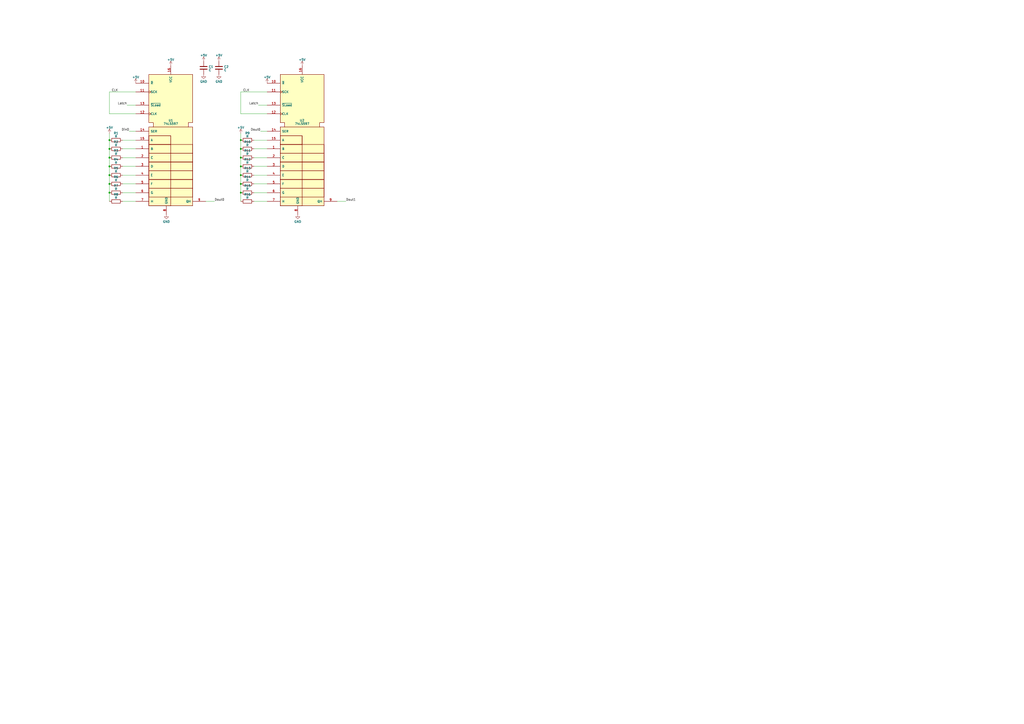
<source format=kicad_sch>
(kicad_sch (version 20230121) (generator eeschema)
  (paper "A2")
  (lib_symbols
    (symbol "74xx_IEEE:74LS597" (pin_names (offset 1.016))
      (property "Reference" "U" (at 15.24 43.18 0))
      (property "Value" "74LS597" (at 15.24 -40.64 0))
      (symbol "74LS597_0_0"
        (rectangle (start -12.7 -30.48) (end -12.7 -30.48) (stroke (width 0.254)) (fill (type background)))
        (rectangle (start -12.7 -25.4) (end 12.7 -30.48) (stroke (width 0.254)) (fill (type background)))
        (rectangle (start -12.7 -20.32) (end 12.7 -25.4) (stroke (width 0.254)) (fill (type background)))
        (rectangle (start -12.7 -15.24) (end 12.7 -20.32) (stroke (width 0.254)) (fill (type background)))
        (rectangle (start -12.7 -10.16) (end 12.7 -15.24) (stroke (width 0.254)) (fill (type background)))
        (rectangle (start -12.7 -5.08) (end 12.7 -10.16) (stroke (width 0.254)) (fill (type background)))
        (rectangle (start -12.7 0) (end 12.7 -5.08) (stroke (width 0.254)) (fill (type background)))
        (rectangle (start -12.7 5.08) (end 0 -35.56) (stroke (width 0.254)) (fill (type background)))
        (rectangle (start -12.7 5.08) (end 0 0) (stroke (width 0.254)) (fill (type background)))
        (rectangle (start -12.7 10.16) (end 12.7 -35.56) (stroke (width 0.254)) (fill (type background)))
        (polyline (pts (xy -10.16 10.16) (xy -10.16 12.7) (xy -12.7 12.7) (xy -12.7 40.64) (xy 12.7 40.64) (xy 12.7 12.7) (xy 10.16 12.7) (xy 10.16 10.16) (xy 10.16 10.16)) (stroke (width 0.254)) (fill (type background)))
      )
      (symbol "74LS597_0_1"
        (pin power_in line (at -2.54 -40.64 90) (length 5.08) (name "GND") (number "8"))
      )
      (symbol "74LS597_1_1"
        (pin input line (at -20.32 -2.54 0) (length 7.62) (name "B") (number "1"))
        (pin input line (at -20.32 35.56 0) (length 7.62) (name "~{R}") (number "10"))
        (pin input clock (at -20.32 30.48 0) (length 7.62) (name "SCK") (number "11"))
        (pin input clock (at -20.32 17.78 0) (length 7.62) (name "CLK") (number "12"))
        (pin input line (at -20.32 22.86 0) (length 7.62) (name "~{SLoad}") (number "13"))
        (pin input line (at -20.32 7.62 0) (length 7.62) (name "SER") (number "14"))
        (pin input line (at -20.32 2.54 0) (length 7.62) (name "A") (number "15"))
        (pin power_in line (at 0 45.72 270) (length 5.08) (name "VCC") (number "16"))
        (pin input line (at -20.32 -7.62 0) (length 7.62) (name "C") (number "2"))
        (pin input line (at -20.32 -12.7 0) (length 7.62) (name "D") (number "3"))
        (pin input line (at -20.32 -17.78 0) (length 7.62) (name "E") (number "4"))
        (pin input line (at -20.32 -22.86 0) (length 7.62) (name "F") (number "5"))
        (pin input line (at -20.32 -27.94 0) (length 7.62) (name "G") (number "6"))
        (pin input line (at -20.32 -33.02 0) (length 7.62) (name "H") (number "7"))
        (pin tri_state line (at 20.32 -33.02 180) (length 7.62) (name "QH") (number "9"))
      )
    )
    (symbol "Device:C" (pin_numbers hide) (pin_names (offset 0.254))
      (property "Reference" "C" (at 0.635 2.54 0))
      (property "Value" "C" (at 0.635 -2.54 0))
      (symbol "C_0_1"
        (polyline (pts (xy -2.032 -0.762) (xy 2.032 -0.762)) (stroke (width 0.508)))
        (polyline (pts (xy -2.032 0.762) (xy 2.032 0.762)) (stroke (width 0.508)))
      )
      (symbol "C_1_1"
        (pin passive line (at 0 3.81 270) (length 2.794) (name "~") (number "1"))
        (pin passive line (at 0 -3.81 90) (length 2.794) (name "~") (number "2"))
      )
    )
    (symbol "Device:R" (pin_numbers hide) (pin_names (offset 0))
      (property "Reference" "R" (at 2.032 0 90))
      (property "Value" "R" (at 0 0 90))
      (symbol "R_0_1"
        (rectangle (start -1.016 -2.54) (end 1.016 2.54) (stroke (width 0.254)))
      )
      (symbol "R_1_1"
        (pin passive line (at 0 3.81 270) (length 1.27) (name "~") (number "1"))
        (pin passive line (at 0 -3.81 90) (length 1.27) (name "~") (number "2"))
      )
    )
    (symbol "power:+5V" (power) (pin_names (offset 0))
      (property "Value" "+5V" (at 0 3.556 0))
      (symbol "+5V_0_1"
        (polyline (pts (xy -0.762 1.27) (xy 0 2.54)))
        (polyline (pts (xy 0 0) (xy 0 2.54)))
        (polyline (pts (xy 0 2.54) (xy 0.762 1.27)))
      )
      (symbol "+5V_1_1"
        (pin power_in line (at 0 0 90) (length 0) hide (name "+5V") (number "1"))
      )
    )
    (symbol "power:GND" (power) (pin_names (offset 0))
      (property "Value" "GND" (at 0 -3.81 0))
      (symbol "GND_0_1"
        (polyline (pts (xy 0 0) (xy 0 -1.27) (xy 1.27 -1.27) (xy 0 -2.54) (xy -1.27 -1.27) (xy 0 -1.27)))
      )
      (symbol "GND_1_1"
        (pin power_in line (at 0 0 270) (length 0) hide (name "GND") (number "1"))
      )
    )
  )
  (junction (at 139.7 111.76))
  (junction (at 139.7 91.44))
  (junction (at 63.5 91.44))
  (junction (at 63.5 86.36))
  (junction (at 139.7 96.52))
  (junction (at 139.7 106.68))
  (junction (at 63.5 106.68))
  (junction (at 63.5 101.6))
  (junction (at 63.5 81.28))
  (junction (at 63.5 96.52))
  (junction (at 139.7 86.36))
  (junction (at 139.7 81.28))
  (junction (at 63.5 111.76))
  (junction (at 139.7 101.6))
  (wire (pts (xy 71.12 96.52) (xy 78.74 96.52)))
  (wire (pts (xy 147.32 111.76) (xy 154.94 111.76)))
  (wire (pts (xy 139.7 53.34) (xy 139.7 66.04)))
  (wire (pts (xy 139.7 96.52) (xy 139.7 101.6)))
  (wire (pts (xy 63.5 66.04) (xy 78.74 66.04)))
  (wire (pts (xy 200.66 116.84) (xy 195.58 116.84)))
  (wire (pts (xy 124.46 116.84) (xy 119.38 116.84)))
  (wire (pts (xy 71.12 111.76) (xy 78.74 111.76)))
  (wire (pts (xy 63.5 101.6) (xy 63.5 106.68)))
  (wire (pts (xy 139.7 86.36) (xy 139.7 91.44)))
  (wire (pts (xy 139.7 77.47) (xy 139.7 81.28)))
  (wire (pts (xy 71.12 116.84) (xy 78.74 116.84)))
  (wire (pts (xy 147.32 116.84) (xy 154.94 116.84)))
  (wire (pts (xy 147.32 106.68) (xy 154.94 106.68)))
  (wire (pts (xy 154.94 53.34) (xy 139.7 53.34)))
  (wire (pts (xy 151.13 76.2) (xy 154.94 76.2)))
  (wire (pts (xy 139.7 106.68) (xy 139.7 111.76)))
  (wire (pts (xy 147.32 86.36) (xy 154.94 86.36)))
  (wire (pts (xy 139.7 66.04) (xy 154.94 66.04)))
  (wire (pts (xy 139.7 91.44) (xy 139.7 96.52)))
  (wire (pts (xy 71.12 81.28) (xy 78.74 81.28)))
  (wire (pts (xy 78.74 53.34) (xy 63.5 53.34)))
  (wire (pts (xy 63.5 91.44) (xy 63.5 96.52)))
  (wire (pts (xy 63.5 86.36) (xy 63.5 91.44)))
  (wire (pts (xy 71.12 106.68) (xy 78.74 106.68)))
  (wire (pts (xy 71.12 101.6) (xy 78.74 101.6)))
  (wire (pts (xy 149.86 60.96) (xy 154.94 60.96)))
  (wire (pts (xy 63.5 111.76) (xy 63.5 116.84)))
  (wire (pts (xy 73.66 60.96) (xy 78.74 60.96)))
  (wire (pts (xy 74.93 76.2) (xy 78.74 76.2)))
  (wire (pts (xy 63.5 53.34) (xy 63.5 66.04)))
  (wire (pts (xy 147.32 101.6) (xy 154.94 101.6)))
  (wire (pts (xy 63.5 96.52) (xy 63.5 101.6)))
  (wire (pts (xy 139.7 111.76) (xy 139.7 116.84)))
  (wire (pts (xy 147.32 81.28) (xy 154.94 81.28)))
  (wire (pts (xy 147.32 91.44) (xy 154.94 91.44)))
  (wire (pts (xy 71.12 91.44) (xy 78.74 91.44)))
  (wire (pts (xy 139.7 101.6) (xy 139.7 106.68)))
  (wire (pts (xy 71.12 86.36) (xy 78.74 86.36)))
  (wire (pts (xy 139.7 81.28) (xy 139.7 86.36)))
  (wire (pts (xy 147.32 96.52) (xy 154.94 96.52)))
  (wire (pts (xy 63.5 106.68) (xy 63.5 111.76)))
  (wire (pts (xy 63.5 77.47) (xy 63.5 81.28)))
  (wire (pts (xy 63.5 81.28) (xy 63.5 86.36)))
  (label "CLK" (at 64.77 53.34 0))
  (label "CLK" (at 140.97 53.34 0))
  (label "Latch" (at 149.86 60.96 180))
  (label "Din0" (at 74.93 76.2 180))
  (label "Dout0" (at 124.46 116.84 0))
  (label "Latch" (at 73.66 60.96 180))
  (label "Dout1" (at 200.66 116.84 0))
  (label "Dout0" (at 151.13 76.2 180))
  (symbol (lib_id "power:GND") (at 96.52 124.46 0) (unit 1)
    (property "Reference" "#PWR01" (effects hide))
    (property "Value" "GND" (at 96.52 128.5955 0))
  )
  (symbol (lib_id "Device:R") (at 67.31 91.44 90) (unit 1)
    (property "Reference" "R3" (at 67.31 87.4141 90))
    (property "Value" "R" (at 67.31 89.3351 90))
    (property "Footprint" "Resistor_THT:R_Axial_DIN0207_L6.3mm_D2.5mm_P2.54mm_Vertical" (effects hide))
  )
  (symbol (lib_id "power:GND") (at 172.72 124.46 0) (unit 1)
    (property "Reference" "#PWR08" (effects hide))
    (property "Value" "GND" (at 172.72 128.5955 0))
  )
  (symbol (lib_id "Device:R") (at 143.51 81.28 90) (unit 1)
    (property "Reference" "R9" (at 143.51 77.2541 90))
    (property "Value" "R" (at 143.51 79.1751 90))
    (property "Footprint" "Resistor_THT:R_Axial_DIN0207_L6.3mm_D2.5mm_P2.54mm_Vertical" (effects hide))
  )
  (symbol (lib_id "power:+5V") (at 175.26 38.1 0) (unit 1)
    (property "Reference" "#PWR05" (effects hide))
    (property "Value" "+5V" (at 175.26 34.5981 0))
  )
  (symbol (lib_id "Device:R") (at 143.51 101.6 90) (unit 1)
    (property "Reference" "R13" (at 143.51 97.5741 90))
    (property "Value" "R" (at 143.51 99.4951 90))
    (property "Footprint" "Resistor_THT:R_Axial_DIN0207_L6.3mm_D2.5mm_P2.54mm_Vertical" (effects hide))
  )
  (symbol (lib_id "Device:C") (at 118.11 39.37 0) (unit 1)
    (property "Reference" "C1" (at 121.031 38.7263 0) (effects (justify left)))
    (property "Value" "C" (at 121.031 40.6473 0) (effects (justify left)))
    (property "Footprint" "Capacitor_THT:C_Disc_D6.0mm_W2.5mm_P5.00mm" (effects hide))
  )
  (symbol (lib_id "Device:R") (at 67.31 81.28 90) (unit 1)
    (property "Reference" "R1" (at 67.31 77.2541 90))
    (property "Value" "R" (at 67.31 79.1751 90))
    (property "Footprint" "Resistor_THT:R_Axial_DIN0207_L6.3mm_D2.5mm_P2.54mm_Vertical" (effects hide))
  )
  (symbol (lib_id "power:+5V") (at 139.7 77.47 0) (unit 1)
    (property "Reference" "#PWR07" (effects hide))
    (property "Value" "+5V" (at 139.7 73.9681 0))
  )
  (symbol (lib_id "power:GND") (at 118.11 43.18 0) (unit 1)
    (property "Reference" "#PWR010" (effects hide))
    (property "Value" "GND" (at 118.11 47.3155 0))
  )
  (symbol (lib_id "Device:R") (at 67.31 111.76 90) (unit 1)
    (property "Reference" "R7" (at 67.31 107.7341 90))
    (property "Value" "R" (at 67.31 109.6551 90))
    (property "Footprint" "Resistor_THT:R_Axial_DIN0207_L6.3mm_D2.5mm_P2.54mm_Vertical" (effects hide))
  )
  (symbol (lib_id "Device:R") (at 67.31 86.36 90) (unit 1)
    (property "Reference" "R2" (at 67.31 82.3341 90))
    (property "Value" "R" (at 67.31 84.2551 90))
    (property "Footprint" "Resistor_THT:R_Axial_DIN0207_L6.3mm_D2.5mm_P2.54mm_Vertical" (effects hide))
  )
  (symbol (lib_id "power:+5V") (at 154.94 48.26 0) (unit 1)
    (property "Reference" "#PWR06" (effects hide))
    (property "Value" "+5V" (at 154.94 44.7581 0))
  )
  (symbol (lib_id "power:+5V") (at 99.06 38.1 0) (unit 1)
    (property "Reference" "#PWR02" (effects hide))
    (property "Value" "+5V" (at 99.06 34.5981 0))
  )
  (symbol (lib_id "Device:R") (at 143.51 96.52 90) (unit 1)
    (property "Reference" "R12" (at 143.51 92.4941 90))
    (property "Value" "R" (at 143.51 94.4151 90))
    (property "Footprint" "Resistor_THT:R_Axial_DIN0207_L6.3mm_D2.5mm_P2.54mm_Vertical" (effects hide))
  )
  (symbol (lib_id "Device:R") (at 67.31 116.84 90) (unit 1)
    (property "Reference" "R8" (at 67.31 112.8141 90))
    (property "Value" "R" (at 67.31 114.7351 90))
    (property "Footprint" "Resistor_THT:R_Axial_DIN0207_L6.3mm_D2.5mm_P2.54mm_Vertical" (effects hide))
  )
  (symbol (lib_id "Device:R") (at 67.31 106.68 90) (unit 1)
    (property "Reference" "R6" (at 67.31 102.6541 90))
    (property "Value" "R" (at 67.31 104.5751 90))
    (property "Footprint" "Resistor_THT:R_Axial_DIN0207_L6.3mm_D2.5mm_P2.54mm_Vertical" (effects hide))
  )
  (symbol (lib_id "power:+5V") (at 63.5 77.47 0) (unit 1)
    (property "Reference" "#PWR04" (effects hide))
    (property "Value" "+5V" (at 63.5 73.9681 0))
  )
  (symbol (lib_id "Device:R") (at 67.31 101.6 90) (unit 1)
    (property "Reference" "R5" (at 67.31 97.5741 90))
    (property "Value" "R" (at 67.31 99.4951 90))
    (property "Footprint" "Resistor_THT:R_Axial_DIN0207_L6.3mm_D2.5mm_P2.54mm_Vertical" (effects hide))
  )
  (symbol (lib_id "power:GND") (at 127 43.18 0) (unit 1)
    (property "Reference" "#PWR012" (effects hide))
    (property "Value" "GND" (at 127 47.3155 0))
  )
  (symbol (lib_id "Device:R") (at 143.51 106.68 90) (unit 1)
    (property "Reference" "R14" (at 143.51 102.6541 90))
    (property "Value" "R" (at 143.51 104.5751 90))
    (property "Footprint" "Resistor_THT:R_Axial_DIN0207_L6.3mm_D2.5mm_P2.54mm_Vertical" (effects hide))
  )
  (symbol (lib_id "Device:C") (at 127 39.37 0) (unit 1)
    (property "Reference" "C2" (at 129.921 38.7263 0) (effects (justify left)))
    (property "Value" "C" (at 129.921 40.6473 0) (effects (justify left)))
    (property "Footprint" "Capacitor_THT:C_Disc_D6.0mm_W2.5mm_P5.00mm" (effects hide))
  )
  (symbol (lib_id "Device:R") (at 143.51 91.44 90) (unit 1)
    (property "Reference" "R11" (at 143.51 87.4141 90))
    (property "Value" "R" (at 143.51 89.3351 90))
    (property "Footprint" "Resistor_THT:R_Axial_DIN0207_L6.3mm_D2.5mm_P2.54mm_Vertical" (effects hide))
  )
  (symbol (lib_id "74xx_IEEE:74LS597") (at 99.06 83.82 0) (unit 1)
    (property "Reference" "U1" (at 99.06 69.85 0))
    (property "Value" "74LS597" (at 99.06 71.771 0))
    (property "Footprint" "Package_DIP:DIP-16_W7.62mm_LongPads" (effects hide))
  )
  (symbol (lib_id "74xx_IEEE:74LS597") (at 175.26 83.82 0) (unit 1)
    (property "Reference" "U2" (at 175.26 69.85 0))
    (property "Value" "74LS597" (at 175.26 71.771 0))
    (property "Footprint" "Package_DIP:DIP-16_W7.62mm_LongPads" (effects hide))
  )
  (symbol (lib_id "power:+5V") (at 127 35.56 0) (unit 1)
    (property "Reference" "#PWR011" (effects hide))
    (property "Value" "+5V" (at 127 32.0581 0))
  )
  (symbol (lib_id "Device:R") (at 143.51 116.84 90) (unit 1)
    (property "Reference" "R16" (at 143.51 112.8141 90))
    (property "Value" "R" (at 143.51 114.7351 90))
    (property "Footprint" "Resistor_THT:R_Axial_DIN0207_L6.3mm_D2.5mm_P2.54mm_Vertical" (effects hide))
  )
  (symbol (lib_id "Device:R") (at 143.51 86.36 90) (unit 1)
    (property "Reference" "R10" (at 143.51 82.3341 90))
    (property "Value" "R" (at 143.51 84.2551 90))
    (property "Footprint" "Resistor_THT:R_Axial_DIN0207_L6.3mm_D2.5mm_P2.54mm_Vertical" (effects hide))
  )
  (symbol (lib_id "power:+5V") (at 78.74 48.26 0) (unit 1)
    (property "Reference" "#PWR03" (effects hide))
    (property "Value" "+5V" (at 78.74 44.7581 0))
  )
  (symbol (lib_id "power:+5V") (at 118.11 35.56 0) (unit 1)
    (property "Reference" "#PWR09" (effects hide))
    (property "Value" "+5V" (at 118.11 32.0581 0))
  )
  (symbol (lib_id "Device:R") (at 67.31 96.52 90) (unit 1)
    (property "Reference" "R4" (at 67.31 92.4941 90))
    (property "Value" "R" (at 67.31 94.4151 90))
    (property "Footprint" "Resistor_THT:R_Axial_DIN0207_L6.3mm_D2.5mm_P2.54mm_Vertical" (effects hide))
  )
  (symbol (lib_id "Device:R") (at 143.51 111.76 90) (unit 1)
    (property "Reference" "R15" (at 143.51 107.7341 90))
    (property "Value" "R" (at 143.51 109.6551 90))
    (property "Footprint" "Resistor_THT:R_Axial_DIN0207_L6.3mm_D2.5mm_P2.54mm_Vertical" (effects hide))
  )
)
</source>
